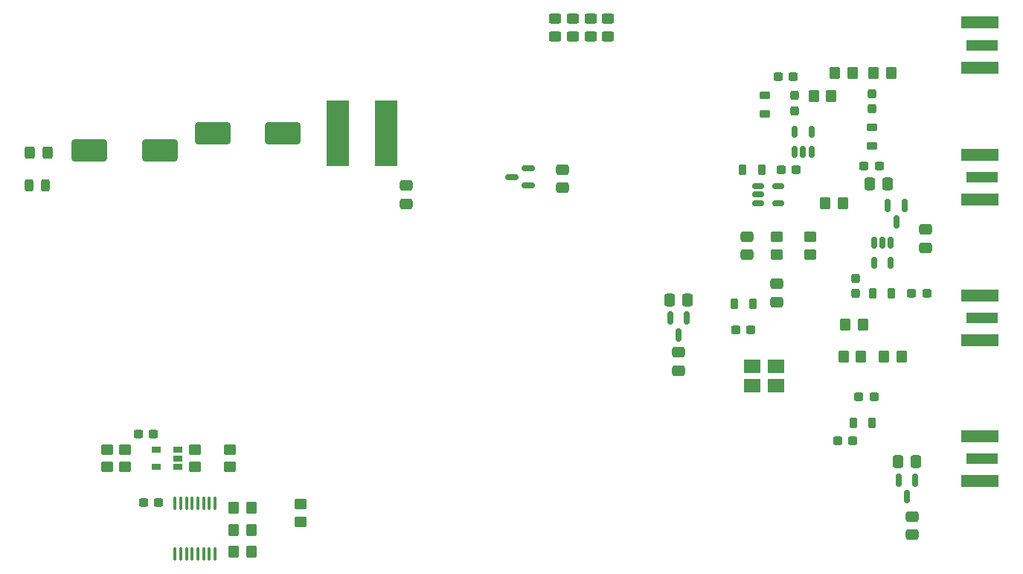
<source format=gtp>
G04 #@! TF.GenerationSoftware,KiCad,Pcbnew,6.0.2-378541a8eb~116~ubuntu20.04.1*
G04 #@! TF.CreationDate,2022-04-19T13:42:03-07:00*
G04 #@! TF.ProjectId,vfo-control-mcu,76666f2d-636f-46e7-9472-6f6c2d6d6375,rev?*
G04 #@! TF.SameCoordinates,Original*
G04 #@! TF.FileFunction,Paste,Top*
G04 #@! TF.FilePolarity,Positive*
%FSLAX46Y46*%
G04 Gerber Fmt 4.6, Leading zero omitted, Abs format (unit mm)*
G04 Created by KiCad (PCBNEW 6.0.2-378541a8eb~116~ubuntu20.04.1) date 2022-04-19 13:42:03*
%MOMM*%
%LPD*%
G01*
G04 APERTURE LIST*
G04 Aperture macros list*
%AMRoundRect*
0 Rectangle with rounded corners*
0 $1 Rounding radius*
0 $2 $3 $4 $5 $6 $7 $8 $9 X,Y pos of 4 corners*
0 Add a 4 corners polygon primitive as box body*
4,1,4,$2,$3,$4,$5,$6,$7,$8,$9,$2,$3,0*
0 Add four circle primitives for the rounded corners*
1,1,$1+$1,$2,$3*
1,1,$1+$1,$4,$5*
1,1,$1+$1,$6,$7*
1,1,$1+$1,$8,$9*
0 Add four rect primitives between the rounded corners*
20,1,$1+$1,$2,$3,$4,$5,0*
20,1,$1+$1,$4,$5,$6,$7,0*
20,1,$1+$1,$6,$7,$8,$9,0*
20,1,$1+$1,$8,$9,$2,$3,0*%
G04 Aperture macros list end*
%ADD10RoundRect,0.249999X0.325001X0.450001X-0.325001X0.450001X-0.325001X-0.450001X0.325001X-0.450001X0*%
%ADD11RoundRect,0.243750X-0.243750X-0.456250X0.243750X-0.456250X0.243750X0.456250X-0.243750X0.456250X0*%
%ADD12R,2.500000X7.500000*%
%ADD13RoundRect,0.249999X0.450001X-0.325001X0.450001X0.325001X-0.450001X0.325001X-0.450001X-0.325001X0*%
%ADD14RoundRect,0.150000X0.587500X0.150000X-0.587500X0.150000X-0.587500X-0.150000X0.587500X-0.150000X0*%
%ADD15RoundRect,0.250000X-0.475000X0.337500X-0.475000X-0.337500X0.475000X-0.337500X0.475000X0.337500X0*%
%ADD16RoundRect,0.218750X0.218750X0.381250X-0.218750X0.381250X-0.218750X-0.381250X0.218750X-0.381250X0*%
%ADD17RoundRect,0.237500X-0.300000X-0.237500X0.300000X-0.237500X0.300000X0.237500X-0.300000X0.237500X0*%
%ADD18RoundRect,0.250000X0.450000X-0.350000X0.450000X0.350000X-0.450000X0.350000X-0.450000X-0.350000X0*%
%ADD19RoundRect,0.218750X-0.381250X0.218750X-0.381250X-0.218750X0.381250X-0.218750X0.381250X0.218750X0*%
%ADD20RoundRect,0.218750X-0.218750X-0.381250X0.218750X-0.381250X0.218750X0.381250X-0.218750X0.381250X0*%
%ADD21RoundRect,0.237500X-0.237500X0.300000X-0.237500X-0.300000X0.237500X-0.300000X0.237500X0.300000X0*%
%ADD22RoundRect,0.150000X-0.150000X0.587500X-0.150000X-0.587500X0.150000X-0.587500X0.150000X0.587500X0*%
%ADD23RoundRect,0.100000X0.100000X-0.637500X0.100000X0.637500X-0.100000X0.637500X-0.100000X-0.637500X0*%
%ADD24RoundRect,0.250000X0.337500X0.475000X-0.337500X0.475000X-0.337500X-0.475000X0.337500X-0.475000X0*%
%ADD25R,4.200000X1.350000*%
%ADD26R,3.600000X1.270000*%
%ADD27RoundRect,0.250000X0.350000X0.450000X-0.350000X0.450000X-0.350000X-0.450000X0.350000X-0.450000X0*%
%ADD28RoundRect,0.250000X-0.350000X-0.450000X0.350000X-0.450000X0.350000X0.450000X-0.350000X0.450000X0*%
%ADD29RoundRect,0.150000X-0.150000X0.512500X-0.150000X-0.512500X0.150000X-0.512500X0.150000X0.512500X0*%
%ADD30RoundRect,0.250000X-0.450000X0.350000X-0.450000X-0.350000X0.450000X-0.350000X0.450000X0.350000X0*%
%ADD31RoundRect,0.237500X0.300000X0.237500X-0.300000X0.237500X-0.300000X-0.237500X0.300000X-0.237500X0*%
%ADD32RoundRect,0.250000X-0.337500X-0.475000X0.337500X-0.475000X0.337500X0.475000X-0.337500X0.475000X0*%
%ADD33R,1.000000X0.700000*%
%ADD34RoundRect,0.237500X0.237500X-0.300000X0.237500X0.300000X-0.237500X0.300000X-0.237500X-0.300000X0*%
%ADD35RoundRect,0.250000X0.475000X-0.337500X0.475000X0.337500X-0.475000X0.337500X-0.475000X-0.337500X0*%
%ADD36RoundRect,0.250000X-1.750000X-1.000000X1.750000X-1.000000X1.750000X1.000000X-1.750000X1.000000X0*%
%ADD37RoundRect,0.150000X0.150000X-0.512500X0.150000X0.512500X-0.150000X0.512500X-0.150000X-0.512500X0*%
%ADD38R,1.950000X1.650000*%
%ADD39RoundRect,0.150000X-0.512500X-0.150000X0.512500X-0.150000X0.512500X0.150000X-0.512500X0.150000X0*%
%ADD40RoundRect,0.218750X0.381250X-0.218750X0.381250X0.218750X-0.381250X0.218750X-0.381250X-0.218750X0*%
%ADD41RoundRect,0.250000X1.750000X1.000000X-1.750000X1.000000X-1.750000X-1.000000X1.750000X-1.000000X0*%
G04 APERTURE END LIST*
D10*
X100225000Y-81200000D03*
X98175000Y-81200000D03*
D11*
X98062500Y-85000000D03*
X99937500Y-85000000D03*
D12*
X138750000Y-79000000D03*
X133250000Y-79000000D03*
D13*
X158000000Y-68025000D03*
X158000000Y-65975000D03*
X160000000Y-68025000D03*
X160000000Y-65975000D03*
X162000000Y-68025000D03*
X162000000Y-65975000D03*
X164000000Y-68025000D03*
X164000000Y-65975000D03*
D14*
X154937500Y-84950000D03*
X154937500Y-83050000D03*
X153062500Y-84000000D03*
D15*
X141000000Y-84962500D03*
X141000000Y-87037500D03*
X158800000Y-83162500D03*
X158800000Y-85237500D03*
D16*
X180462500Y-98400000D03*
X178337500Y-98400000D03*
D17*
X183675000Y-83200000D03*
X185400000Y-83200000D03*
D18*
X187000000Y-92800000D03*
X187000000Y-90800000D03*
D17*
X183337500Y-72600000D03*
X185062500Y-72600000D03*
D19*
X181800000Y-74737500D03*
X181800000Y-76862500D03*
D20*
X191937500Y-112000000D03*
X194062500Y-112000000D03*
D21*
X194000000Y-74537500D03*
X194000000Y-76262500D03*
D22*
X197750000Y-87262500D03*
X195850000Y-87262500D03*
X196800000Y-89137500D03*
D18*
X183200000Y-92800000D03*
X183200000Y-90800000D03*
D23*
X114725000Y-126862500D03*
X115375000Y-126862500D03*
X116025000Y-126862500D03*
X116675000Y-126862500D03*
X117325000Y-126862500D03*
X117975000Y-126862500D03*
X118625000Y-126862500D03*
X119275000Y-126862500D03*
X119275000Y-121137500D03*
X118625000Y-121137500D03*
X117975000Y-121137500D03*
X117325000Y-121137500D03*
X116675000Y-121137500D03*
X116025000Y-121137500D03*
X115375000Y-121137500D03*
X114725000Y-121137500D03*
D24*
X195837500Y-84800000D03*
X193762500Y-84800000D03*
D18*
X129000000Y-123200000D03*
X129000000Y-121200000D03*
D25*
X206337500Y-71550000D03*
D26*
X206537500Y-69000000D03*
D25*
X206337500Y-66450000D03*
D27*
X189400000Y-74800000D03*
X187400000Y-74800000D03*
D15*
X200100000Y-89962500D03*
X200100000Y-92037500D03*
D28*
X190800000Y-104400000D03*
X192800000Y-104400000D03*
D29*
X196150000Y-91462500D03*
X195200000Y-91462500D03*
X194250000Y-91462500D03*
X194250000Y-93737500D03*
X196150000Y-93737500D03*
D15*
X172000000Y-103962500D03*
X172000000Y-106037500D03*
D28*
X191000000Y-100800000D03*
X193000000Y-100800000D03*
D30*
X117000000Y-115000000D03*
X117000000Y-117000000D03*
D31*
X191862500Y-114000000D03*
X190137500Y-114000000D03*
D30*
X109000000Y-115000000D03*
X109000000Y-117000000D03*
D27*
X123400000Y-124200000D03*
X121400000Y-124200000D03*
D32*
X170962500Y-98000000D03*
X173037500Y-98000000D03*
D33*
X115000000Y-116950000D03*
X115000000Y-116000000D03*
X115000000Y-115050000D03*
X112600000Y-115050000D03*
X112600000Y-116950000D03*
D28*
X189800000Y-72200000D03*
X191800000Y-72200000D03*
D34*
X192200000Y-97262500D03*
X192200000Y-95537500D03*
D30*
X107000000Y-115000000D03*
X107000000Y-117000000D03*
D15*
X198600000Y-122600000D03*
X198600000Y-124675000D03*
D31*
X194862500Y-82800000D03*
X193137500Y-82800000D03*
D32*
X196962500Y-116400000D03*
X199037500Y-116400000D03*
D17*
X192537500Y-109000000D03*
X194262500Y-109000000D03*
X198537500Y-97200000D03*
X200262500Y-97200000D03*
D22*
X198950000Y-118462500D03*
X197050000Y-118462500D03*
X198000000Y-120337500D03*
D30*
X121000000Y-115000000D03*
X121000000Y-117000000D03*
D27*
X123400000Y-121600000D03*
X121400000Y-121600000D03*
D31*
X180262500Y-101400000D03*
X178537500Y-101400000D03*
X112262500Y-113200000D03*
X110537500Y-113200000D03*
D27*
X123400000Y-126600000D03*
X121400000Y-126600000D03*
D22*
X172950000Y-100062500D03*
X171050000Y-100062500D03*
X172000000Y-101937500D03*
D15*
X183200000Y-96162500D03*
X183200000Y-98237500D03*
D35*
X179800000Y-92837500D03*
X179800000Y-90762500D03*
D20*
X179337500Y-83200000D03*
X181462500Y-83200000D03*
D28*
X195400000Y-104400000D03*
X197400000Y-104400000D03*
D36*
X105000000Y-81000000D03*
X113000000Y-81000000D03*
D25*
X206337500Y-118550000D03*
D26*
X206537500Y-116000000D03*
D25*
X206337500Y-113450000D03*
D28*
X194200000Y-72200000D03*
X196200000Y-72200000D03*
D31*
X112862500Y-121000000D03*
X111137500Y-121000000D03*
D37*
X185250000Y-81137500D03*
X186200000Y-81137500D03*
X187150000Y-81137500D03*
X187150000Y-78862500D03*
X185250000Y-78862500D03*
D38*
X180400000Y-107700000D03*
X183150000Y-107700000D03*
X183150000Y-105500000D03*
X180400000Y-105500000D03*
D27*
X190700000Y-87000000D03*
X188700000Y-87000000D03*
D25*
X206337500Y-86550000D03*
D26*
X206537500Y-84000000D03*
D25*
X206337500Y-81450000D03*
D39*
X181062500Y-85050000D03*
X181062500Y-86000000D03*
X181062500Y-86950000D03*
X183337500Y-86950000D03*
X183337500Y-85050000D03*
D40*
X194000000Y-80462500D03*
X194000000Y-78337500D03*
D20*
X194137500Y-97200000D03*
X196262500Y-97200000D03*
D41*
X127000000Y-79000000D03*
X119000000Y-79000000D03*
D25*
X206337500Y-102550000D03*
D26*
X206537500Y-100000000D03*
D25*
X206337500Y-97450000D03*
D34*
X185200000Y-76462500D03*
X185200000Y-74737500D03*
M02*

</source>
